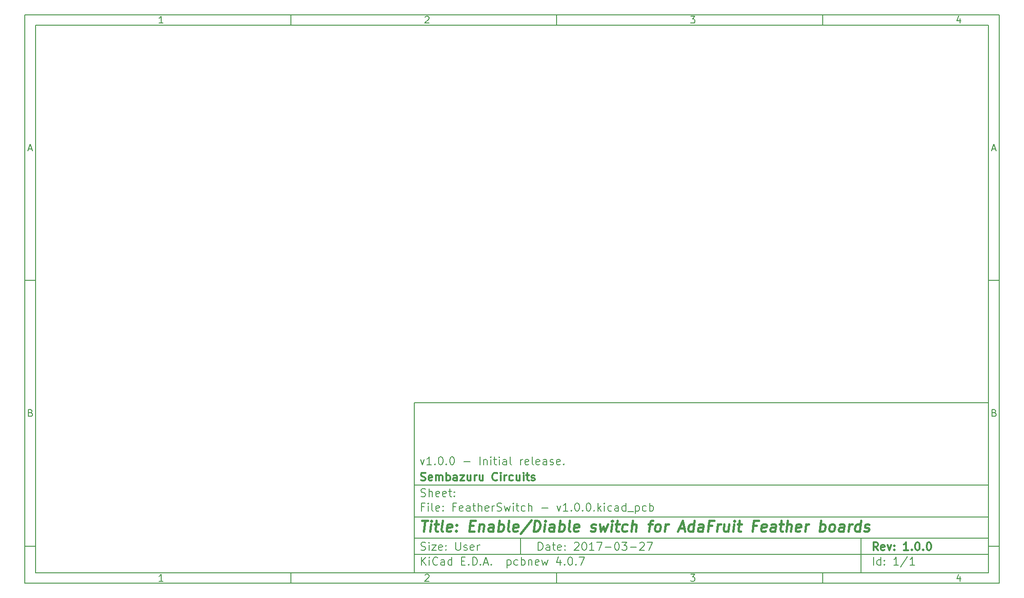
<source format=gbr>
G04 #@! TF.FileFunction,Other,Fab,Top*
%FSLAX46Y46*%
G04 Gerber Fmt 4.6, Leading zero omitted, Abs format (unit mm)*
G04 Created by KiCad (PCBNEW 4.0.7) date 11/03/17 12:30:38*
%MOMM*%
%LPD*%
G01*
G04 APERTURE LIST*
%ADD10C,0.100000*%
%ADD11C,0.150000*%
%ADD12C,0.300000*%
%ADD13C,0.400000*%
G04 APERTURE END LIST*
D10*
D11*
X83200000Y-83000000D02*
X83200000Y-115000000D01*
X191200000Y-115000000D01*
X191200000Y-83000000D01*
X83200000Y-83000000D01*
D10*
D11*
X10000000Y-10000000D02*
X10000000Y-117000000D01*
X193200000Y-117000000D01*
X193200000Y-10000000D01*
X10000000Y-10000000D01*
D10*
D11*
X12000000Y-12000000D02*
X12000000Y-115000000D01*
X191200000Y-115000000D01*
X191200000Y-12000000D01*
X12000000Y-12000000D01*
D10*
D11*
X60000000Y-12000000D02*
X60000000Y-10000000D01*
D10*
D11*
X110000000Y-12000000D02*
X110000000Y-10000000D01*
D10*
D11*
X160000000Y-12000000D02*
X160000000Y-10000000D01*
D10*
D11*
X35990476Y-11588095D02*
X35247619Y-11588095D01*
X35619048Y-11588095D02*
X35619048Y-10288095D01*
X35495238Y-10473810D01*
X35371429Y-10597619D01*
X35247619Y-10659524D01*
D10*
D11*
X85247619Y-10411905D02*
X85309524Y-10350000D01*
X85433333Y-10288095D01*
X85742857Y-10288095D01*
X85866667Y-10350000D01*
X85928571Y-10411905D01*
X85990476Y-10535714D01*
X85990476Y-10659524D01*
X85928571Y-10845238D01*
X85185714Y-11588095D01*
X85990476Y-11588095D01*
D10*
D11*
X135185714Y-10288095D02*
X135990476Y-10288095D01*
X135557143Y-10783333D01*
X135742857Y-10783333D01*
X135866667Y-10845238D01*
X135928571Y-10907143D01*
X135990476Y-11030952D01*
X135990476Y-11340476D01*
X135928571Y-11464286D01*
X135866667Y-11526190D01*
X135742857Y-11588095D01*
X135371429Y-11588095D01*
X135247619Y-11526190D01*
X135185714Y-11464286D01*
D10*
D11*
X185866667Y-10721429D02*
X185866667Y-11588095D01*
X185557143Y-10226190D02*
X185247619Y-11154762D01*
X186052381Y-11154762D01*
D10*
D11*
X60000000Y-115000000D02*
X60000000Y-117000000D01*
D10*
D11*
X110000000Y-115000000D02*
X110000000Y-117000000D01*
D10*
D11*
X160000000Y-115000000D02*
X160000000Y-117000000D01*
D10*
D11*
X35990476Y-116588095D02*
X35247619Y-116588095D01*
X35619048Y-116588095D02*
X35619048Y-115288095D01*
X35495238Y-115473810D01*
X35371429Y-115597619D01*
X35247619Y-115659524D01*
D10*
D11*
X85247619Y-115411905D02*
X85309524Y-115350000D01*
X85433333Y-115288095D01*
X85742857Y-115288095D01*
X85866667Y-115350000D01*
X85928571Y-115411905D01*
X85990476Y-115535714D01*
X85990476Y-115659524D01*
X85928571Y-115845238D01*
X85185714Y-116588095D01*
X85990476Y-116588095D01*
D10*
D11*
X135185714Y-115288095D02*
X135990476Y-115288095D01*
X135557143Y-115783333D01*
X135742857Y-115783333D01*
X135866667Y-115845238D01*
X135928571Y-115907143D01*
X135990476Y-116030952D01*
X135990476Y-116340476D01*
X135928571Y-116464286D01*
X135866667Y-116526190D01*
X135742857Y-116588095D01*
X135371429Y-116588095D01*
X135247619Y-116526190D01*
X135185714Y-116464286D01*
D10*
D11*
X185866667Y-115721429D02*
X185866667Y-116588095D01*
X185557143Y-115226190D02*
X185247619Y-116154762D01*
X186052381Y-116154762D01*
D10*
D11*
X10000000Y-60000000D02*
X12000000Y-60000000D01*
D10*
D11*
X10000000Y-110000000D02*
X12000000Y-110000000D01*
D10*
D11*
X10690476Y-35216667D02*
X11309524Y-35216667D01*
X10566667Y-35588095D02*
X11000000Y-34288095D01*
X11433333Y-35588095D01*
D10*
D11*
X11092857Y-84907143D02*
X11278571Y-84969048D01*
X11340476Y-85030952D01*
X11402381Y-85154762D01*
X11402381Y-85340476D01*
X11340476Y-85464286D01*
X11278571Y-85526190D01*
X11154762Y-85588095D01*
X10659524Y-85588095D01*
X10659524Y-84288095D01*
X11092857Y-84288095D01*
X11216667Y-84350000D01*
X11278571Y-84411905D01*
X11340476Y-84535714D01*
X11340476Y-84659524D01*
X11278571Y-84783333D01*
X11216667Y-84845238D01*
X11092857Y-84907143D01*
X10659524Y-84907143D01*
D10*
D11*
X193200000Y-60000000D02*
X191200000Y-60000000D01*
D10*
D11*
X193200000Y-110000000D02*
X191200000Y-110000000D01*
D10*
D11*
X191890476Y-35216667D02*
X192509524Y-35216667D01*
X191766667Y-35588095D02*
X192200000Y-34288095D01*
X192633333Y-35588095D01*
D10*
D11*
X192292857Y-84907143D02*
X192478571Y-84969048D01*
X192540476Y-85030952D01*
X192602381Y-85154762D01*
X192602381Y-85340476D01*
X192540476Y-85464286D01*
X192478571Y-85526190D01*
X192354762Y-85588095D01*
X191859524Y-85588095D01*
X191859524Y-84288095D01*
X192292857Y-84288095D01*
X192416667Y-84350000D01*
X192478571Y-84411905D01*
X192540476Y-84535714D01*
X192540476Y-84659524D01*
X192478571Y-84783333D01*
X192416667Y-84845238D01*
X192292857Y-84907143D01*
X191859524Y-84907143D01*
D10*
D11*
X106557143Y-110778571D02*
X106557143Y-109278571D01*
X106914286Y-109278571D01*
X107128571Y-109350000D01*
X107271429Y-109492857D01*
X107342857Y-109635714D01*
X107414286Y-109921429D01*
X107414286Y-110135714D01*
X107342857Y-110421429D01*
X107271429Y-110564286D01*
X107128571Y-110707143D01*
X106914286Y-110778571D01*
X106557143Y-110778571D01*
X108700000Y-110778571D02*
X108700000Y-109992857D01*
X108628571Y-109850000D01*
X108485714Y-109778571D01*
X108200000Y-109778571D01*
X108057143Y-109850000D01*
X108700000Y-110707143D02*
X108557143Y-110778571D01*
X108200000Y-110778571D01*
X108057143Y-110707143D01*
X107985714Y-110564286D01*
X107985714Y-110421429D01*
X108057143Y-110278571D01*
X108200000Y-110207143D01*
X108557143Y-110207143D01*
X108700000Y-110135714D01*
X109200000Y-109778571D02*
X109771429Y-109778571D01*
X109414286Y-109278571D02*
X109414286Y-110564286D01*
X109485714Y-110707143D01*
X109628572Y-110778571D01*
X109771429Y-110778571D01*
X110842857Y-110707143D02*
X110700000Y-110778571D01*
X110414286Y-110778571D01*
X110271429Y-110707143D01*
X110200000Y-110564286D01*
X110200000Y-109992857D01*
X110271429Y-109850000D01*
X110414286Y-109778571D01*
X110700000Y-109778571D01*
X110842857Y-109850000D01*
X110914286Y-109992857D01*
X110914286Y-110135714D01*
X110200000Y-110278571D01*
X111557143Y-110635714D02*
X111628571Y-110707143D01*
X111557143Y-110778571D01*
X111485714Y-110707143D01*
X111557143Y-110635714D01*
X111557143Y-110778571D01*
X111557143Y-109850000D02*
X111628571Y-109921429D01*
X111557143Y-109992857D01*
X111485714Y-109921429D01*
X111557143Y-109850000D01*
X111557143Y-109992857D01*
X113342857Y-109421429D02*
X113414286Y-109350000D01*
X113557143Y-109278571D01*
X113914286Y-109278571D01*
X114057143Y-109350000D01*
X114128572Y-109421429D01*
X114200000Y-109564286D01*
X114200000Y-109707143D01*
X114128572Y-109921429D01*
X113271429Y-110778571D01*
X114200000Y-110778571D01*
X115128571Y-109278571D02*
X115271428Y-109278571D01*
X115414285Y-109350000D01*
X115485714Y-109421429D01*
X115557143Y-109564286D01*
X115628571Y-109850000D01*
X115628571Y-110207143D01*
X115557143Y-110492857D01*
X115485714Y-110635714D01*
X115414285Y-110707143D01*
X115271428Y-110778571D01*
X115128571Y-110778571D01*
X114985714Y-110707143D01*
X114914285Y-110635714D01*
X114842857Y-110492857D01*
X114771428Y-110207143D01*
X114771428Y-109850000D01*
X114842857Y-109564286D01*
X114914285Y-109421429D01*
X114985714Y-109350000D01*
X115128571Y-109278571D01*
X117057142Y-110778571D02*
X116199999Y-110778571D01*
X116628571Y-110778571D02*
X116628571Y-109278571D01*
X116485714Y-109492857D01*
X116342856Y-109635714D01*
X116199999Y-109707143D01*
X117557142Y-109278571D02*
X118557142Y-109278571D01*
X117914285Y-110778571D01*
X119128570Y-110207143D02*
X120271427Y-110207143D01*
X121271427Y-109278571D02*
X121414284Y-109278571D01*
X121557141Y-109350000D01*
X121628570Y-109421429D01*
X121699999Y-109564286D01*
X121771427Y-109850000D01*
X121771427Y-110207143D01*
X121699999Y-110492857D01*
X121628570Y-110635714D01*
X121557141Y-110707143D01*
X121414284Y-110778571D01*
X121271427Y-110778571D01*
X121128570Y-110707143D01*
X121057141Y-110635714D01*
X120985713Y-110492857D01*
X120914284Y-110207143D01*
X120914284Y-109850000D01*
X120985713Y-109564286D01*
X121057141Y-109421429D01*
X121128570Y-109350000D01*
X121271427Y-109278571D01*
X122271427Y-109278571D02*
X123199998Y-109278571D01*
X122699998Y-109850000D01*
X122914284Y-109850000D01*
X123057141Y-109921429D01*
X123128570Y-109992857D01*
X123199998Y-110135714D01*
X123199998Y-110492857D01*
X123128570Y-110635714D01*
X123057141Y-110707143D01*
X122914284Y-110778571D01*
X122485712Y-110778571D01*
X122342855Y-110707143D01*
X122271427Y-110635714D01*
X123842855Y-110207143D02*
X124985712Y-110207143D01*
X125628569Y-109421429D02*
X125699998Y-109350000D01*
X125842855Y-109278571D01*
X126199998Y-109278571D01*
X126342855Y-109350000D01*
X126414284Y-109421429D01*
X126485712Y-109564286D01*
X126485712Y-109707143D01*
X126414284Y-109921429D01*
X125557141Y-110778571D01*
X126485712Y-110778571D01*
X126985712Y-109278571D02*
X127985712Y-109278571D01*
X127342855Y-110778571D01*
D10*
D11*
X83200000Y-111500000D02*
X191200000Y-111500000D01*
D10*
D11*
X84557143Y-113578571D02*
X84557143Y-112078571D01*
X85414286Y-113578571D02*
X84771429Y-112721429D01*
X85414286Y-112078571D02*
X84557143Y-112935714D01*
X86057143Y-113578571D02*
X86057143Y-112578571D01*
X86057143Y-112078571D02*
X85985714Y-112150000D01*
X86057143Y-112221429D01*
X86128571Y-112150000D01*
X86057143Y-112078571D01*
X86057143Y-112221429D01*
X87628572Y-113435714D02*
X87557143Y-113507143D01*
X87342857Y-113578571D01*
X87200000Y-113578571D01*
X86985715Y-113507143D01*
X86842857Y-113364286D01*
X86771429Y-113221429D01*
X86700000Y-112935714D01*
X86700000Y-112721429D01*
X86771429Y-112435714D01*
X86842857Y-112292857D01*
X86985715Y-112150000D01*
X87200000Y-112078571D01*
X87342857Y-112078571D01*
X87557143Y-112150000D01*
X87628572Y-112221429D01*
X88914286Y-113578571D02*
X88914286Y-112792857D01*
X88842857Y-112650000D01*
X88700000Y-112578571D01*
X88414286Y-112578571D01*
X88271429Y-112650000D01*
X88914286Y-113507143D02*
X88771429Y-113578571D01*
X88414286Y-113578571D01*
X88271429Y-113507143D01*
X88200000Y-113364286D01*
X88200000Y-113221429D01*
X88271429Y-113078571D01*
X88414286Y-113007143D01*
X88771429Y-113007143D01*
X88914286Y-112935714D01*
X90271429Y-113578571D02*
X90271429Y-112078571D01*
X90271429Y-113507143D02*
X90128572Y-113578571D01*
X89842858Y-113578571D01*
X89700000Y-113507143D01*
X89628572Y-113435714D01*
X89557143Y-113292857D01*
X89557143Y-112864286D01*
X89628572Y-112721429D01*
X89700000Y-112650000D01*
X89842858Y-112578571D01*
X90128572Y-112578571D01*
X90271429Y-112650000D01*
X92128572Y-112792857D02*
X92628572Y-112792857D01*
X92842858Y-113578571D02*
X92128572Y-113578571D01*
X92128572Y-112078571D01*
X92842858Y-112078571D01*
X93485715Y-113435714D02*
X93557143Y-113507143D01*
X93485715Y-113578571D01*
X93414286Y-113507143D01*
X93485715Y-113435714D01*
X93485715Y-113578571D01*
X94200001Y-113578571D02*
X94200001Y-112078571D01*
X94557144Y-112078571D01*
X94771429Y-112150000D01*
X94914287Y-112292857D01*
X94985715Y-112435714D01*
X95057144Y-112721429D01*
X95057144Y-112935714D01*
X94985715Y-113221429D01*
X94914287Y-113364286D01*
X94771429Y-113507143D01*
X94557144Y-113578571D01*
X94200001Y-113578571D01*
X95700001Y-113435714D02*
X95771429Y-113507143D01*
X95700001Y-113578571D01*
X95628572Y-113507143D01*
X95700001Y-113435714D01*
X95700001Y-113578571D01*
X96342858Y-113150000D02*
X97057144Y-113150000D01*
X96200001Y-113578571D02*
X96700001Y-112078571D01*
X97200001Y-113578571D01*
X97700001Y-113435714D02*
X97771429Y-113507143D01*
X97700001Y-113578571D01*
X97628572Y-113507143D01*
X97700001Y-113435714D01*
X97700001Y-113578571D01*
X100700001Y-112578571D02*
X100700001Y-114078571D01*
X100700001Y-112650000D02*
X100842858Y-112578571D01*
X101128572Y-112578571D01*
X101271429Y-112650000D01*
X101342858Y-112721429D01*
X101414287Y-112864286D01*
X101414287Y-113292857D01*
X101342858Y-113435714D01*
X101271429Y-113507143D01*
X101128572Y-113578571D01*
X100842858Y-113578571D01*
X100700001Y-113507143D01*
X102700001Y-113507143D02*
X102557144Y-113578571D01*
X102271430Y-113578571D01*
X102128572Y-113507143D01*
X102057144Y-113435714D01*
X101985715Y-113292857D01*
X101985715Y-112864286D01*
X102057144Y-112721429D01*
X102128572Y-112650000D01*
X102271430Y-112578571D01*
X102557144Y-112578571D01*
X102700001Y-112650000D01*
X103342858Y-113578571D02*
X103342858Y-112078571D01*
X103342858Y-112650000D02*
X103485715Y-112578571D01*
X103771429Y-112578571D01*
X103914286Y-112650000D01*
X103985715Y-112721429D01*
X104057144Y-112864286D01*
X104057144Y-113292857D01*
X103985715Y-113435714D01*
X103914286Y-113507143D01*
X103771429Y-113578571D01*
X103485715Y-113578571D01*
X103342858Y-113507143D01*
X104700001Y-112578571D02*
X104700001Y-113578571D01*
X104700001Y-112721429D02*
X104771429Y-112650000D01*
X104914287Y-112578571D01*
X105128572Y-112578571D01*
X105271429Y-112650000D01*
X105342858Y-112792857D01*
X105342858Y-113578571D01*
X106628572Y-113507143D02*
X106485715Y-113578571D01*
X106200001Y-113578571D01*
X106057144Y-113507143D01*
X105985715Y-113364286D01*
X105985715Y-112792857D01*
X106057144Y-112650000D01*
X106200001Y-112578571D01*
X106485715Y-112578571D01*
X106628572Y-112650000D01*
X106700001Y-112792857D01*
X106700001Y-112935714D01*
X105985715Y-113078571D01*
X107200001Y-112578571D02*
X107485715Y-113578571D01*
X107771429Y-112864286D01*
X108057144Y-113578571D01*
X108342858Y-112578571D01*
X110700001Y-112578571D02*
X110700001Y-113578571D01*
X110342858Y-112007143D02*
X109985715Y-113078571D01*
X110914287Y-113078571D01*
X111485715Y-113435714D02*
X111557143Y-113507143D01*
X111485715Y-113578571D01*
X111414286Y-113507143D01*
X111485715Y-113435714D01*
X111485715Y-113578571D01*
X112485715Y-112078571D02*
X112628572Y-112078571D01*
X112771429Y-112150000D01*
X112842858Y-112221429D01*
X112914287Y-112364286D01*
X112985715Y-112650000D01*
X112985715Y-113007143D01*
X112914287Y-113292857D01*
X112842858Y-113435714D01*
X112771429Y-113507143D01*
X112628572Y-113578571D01*
X112485715Y-113578571D01*
X112342858Y-113507143D01*
X112271429Y-113435714D01*
X112200001Y-113292857D01*
X112128572Y-113007143D01*
X112128572Y-112650000D01*
X112200001Y-112364286D01*
X112271429Y-112221429D01*
X112342858Y-112150000D01*
X112485715Y-112078571D01*
X113628572Y-113435714D02*
X113700000Y-113507143D01*
X113628572Y-113578571D01*
X113557143Y-113507143D01*
X113628572Y-113435714D01*
X113628572Y-113578571D01*
X114200001Y-112078571D02*
X115200001Y-112078571D01*
X114557144Y-113578571D01*
D10*
D11*
X83200000Y-108500000D02*
X191200000Y-108500000D01*
D10*
D12*
X170414286Y-110778571D02*
X169914286Y-110064286D01*
X169557143Y-110778571D02*
X169557143Y-109278571D01*
X170128571Y-109278571D01*
X170271429Y-109350000D01*
X170342857Y-109421429D01*
X170414286Y-109564286D01*
X170414286Y-109778571D01*
X170342857Y-109921429D01*
X170271429Y-109992857D01*
X170128571Y-110064286D01*
X169557143Y-110064286D01*
X171628571Y-110707143D02*
X171485714Y-110778571D01*
X171200000Y-110778571D01*
X171057143Y-110707143D01*
X170985714Y-110564286D01*
X170985714Y-109992857D01*
X171057143Y-109850000D01*
X171200000Y-109778571D01*
X171485714Y-109778571D01*
X171628571Y-109850000D01*
X171700000Y-109992857D01*
X171700000Y-110135714D01*
X170985714Y-110278571D01*
X172200000Y-109778571D02*
X172557143Y-110778571D01*
X172914285Y-109778571D01*
X173485714Y-110635714D02*
X173557142Y-110707143D01*
X173485714Y-110778571D01*
X173414285Y-110707143D01*
X173485714Y-110635714D01*
X173485714Y-110778571D01*
X173485714Y-109850000D02*
X173557142Y-109921429D01*
X173485714Y-109992857D01*
X173414285Y-109921429D01*
X173485714Y-109850000D01*
X173485714Y-109992857D01*
X176128571Y-110778571D02*
X175271428Y-110778571D01*
X175700000Y-110778571D02*
X175700000Y-109278571D01*
X175557143Y-109492857D01*
X175414285Y-109635714D01*
X175271428Y-109707143D01*
X176771428Y-110635714D02*
X176842856Y-110707143D01*
X176771428Y-110778571D01*
X176699999Y-110707143D01*
X176771428Y-110635714D01*
X176771428Y-110778571D01*
X177771428Y-109278571D02*
X177914285Y-109278571D01*
X178057142Y-109350000D01*
X178128571Y-109421429D01*
X178200000Y-109564286D01*
X178271428Y-109850000D01*
X178271428Y-110207143D01*
X178200000Y-110492857D01*
X178128571Y-110635714D01*
X178057142Y-110707143D01*
X177914285Y-110778571D01*
X177771428Y-110778571D01*
X177628571Y-110707143D01*
X177557142Y-110635714D01*
X177485714Y-110492857D01*
X177414285Y-110207143D01*
X177414285Y-109850000D01*
X177485714Y-109564286D01*
X177557142Y-109421429D01*
X177628571Y-109350000D01*
X177771428Y-109278571D01*
X178914285Y-110635714D02*
X178985713Y-110707143D01*
X178914285Y-110778571D01*
X178842856Y-110707143D01*
X178914285Y-110635714D01*
X178914285Y-110778571D01*
X179914285Y-109278571D02*
X180057142Y-109278571D01*
X180199999Y-109350000D01*
X180271428Y-109421429D01*
X180342857Y-109564286D01*
X180414285Y-109850000D01*
X180414285Y-110207143D01*
X180342857Y-110492857D01*
X180271428Y-110635714D01*
X180199999Y-110707143D01*
X180057142Y-110778571D01*
X179914285Y-110778571D01*
X179771428Y-110707143D01*
X179699999Y-110635714D01*
X179628571Y-110492857D01*
X179557142Y-110207143D01*
X179557142Y-109850000D01*
X179628571Y-109564286D01*
X179699999Y-109421429D01*
X179771428Y-109350000D01*
X179914285Y-109278571D01*
D10*
D11*
X84485714Y-110707143D02*
X84700000Y-110778571D01*
X85057143Y-110778571D01*
X85200000Y-110707143D01*
X85271429Y-110635714D01*
X85342857Y-110492857D01*
X85342857Y-110350000D01*
X85271429Y-110207143D01*
X85200000Y-110135714D01*
X85057143Y-110064286D01*
X84771429Y-109992857D01*
X84628571Y-109921429D01*
X84557143Y-109850000D01*
X84485714Y-109707143D01*
X84485714Y-109564286D01*
X84557143Y-109421429D01*
X84628571Y-109350000D01*
X84771429Y-109278571D01*
X85128571Y-109278571D01*
X85342857Y-109350000D01*
X85985714Y-110778571D02*
X85985714Y-109778571D01*
X85985714Y-109278571D02*
X85914285Y-109350000D01*
X85985714Y-109421429D01*
X86057142Y-109350000D01*
X85985714Y-109278571D01*
X85985714Y-109421429D01*
X86557143Y-109778571D02*
X87342857Y-109778571D01*
X86557143Y-110778571D01*
X87342857Y-110778571D01*
X88485714Y-110707143D02*
X88342857Y-110778571D01*
X88057143Y-110778571D01*
X87914286Y-110707143D01*
X87842857Y-110564286D01*
X87842857Y-109992857D01*
X87914286Y-109850000D01*
X88057143Y-109778571D01*
X88342857Y-109778571D01*
X88485714Y-109850000D01*
X88557143Y-109992857D01*
X88557143Y-110135714D01*
X87842857Y-110278571D01*
X89200000Y-110635714D02*
X89271428Y-110707143D01*
X89200000Y-110778571D01*
X89128571Y-110707143D01*
X89200000Y-110635714D01*
X89200000Y-110778571D01*
X89200000Y-109850000D02*
X89271428Y-109921429D01*
X89200000Y-109992857D01*
X89128571Y-109921429D01*
X89200000Y-109850000D01*
X89200000Y-109992857D01*
X91057143Y-109278571D02*
X91057143Y-110492857D01*
X91128571Y-110635714D01*
X91200000Y-110707143D01*
X91342857Y-110778571D01*
X91628571Y-110778571D01*
X91771429Y-110707143D01*
X91842857Y-110635714D01*
X91914286Y-110492857D01*
X91914286Y-109278571D01*
X92557143Y-110707143D02*
X92700000Y-110778571D01*
X92985715Y-110778571D01*
X93128572Y-110707143D01*
X93200000Y-110564286D01*
X93200000Y-110492857D01*
X93128572Y-110350000D01*
X92985715Y-110278571D01*
X92771429Y-110278571D01*
X92628572Y-110207143D01*
X92557143Y-110064286D01*
X92557143Y-109992857D01*
X92628572Y-109850000D01*
X92771429Y-109778571D01*
X92985715Y-109778571D01*
X93128572Y-109850000D01*
X94414286Y-110707143D02*
X94271429Y-110778571D01*
X93985715Y-110778571D01*
X93842858Y-110707143D01*
X93771429Y-110564286D01*
X93771429Y-109992857D01*
X93842858Y-109850000D01*
X93985715Y-109778571D01*
X94271429Y-109778571D01*
X94414286Y-109850000D01*
X94485715Y-109992857D01*
X94485715Y-110135714D01*
X93771429Y-110278571D01*
X95128572Y-110778571D02*
X95128572Y-109778571D01*
X95128572Y-110064286D02*
X95200000Y-109921429D01*
X95271429Y-109850000D01*
X95414286Y-109778571D01*
X95557143Y-109778571D01*
D10*
D11*
X169557143Y-113578571D02*
X169557143Y-112078571D01*
X170914286Y-113578571D02*
X170914286Y-112078571D01*
X170914286Y-113507143D02*
X170771429Y-113578571D01*
X170485715Y-113578571D01*
X170342857Y-113507143D01*
X170271429Y-113435714D01*
X170200000Y-113292857D01*
X170200000Y-112864286D01*
X170271429Y-112721429D01*
X170342857Y-112650000D01*
X170485715Y-112578571D01*
X170771429Y-112578571D01*
X170914286Y-112650000D01*
X171628572Y-113435714D02*
X171700000Y-113507143D01*
X171628572Y-113578571D01*
X171557143Y-113507143D01*
X171628572Y-113435714D01*
X171628572Y-113578571D01*
X171628572Y-112650000D02*
X171700000Y-112721429D01*
X171628572Y-112792857D01*
X171557143Y-112721429D01*
X171628572Y-112650000D01*
X171628572Y-112792857D01*
X174271429Y-113578571D02*
X173414286Y-113578571D01*
X173842858Y-113578571D02*
X173842858Y-112078571D01*
X173700001Y-112292857D01*
X173557143Y-112435714D01*
X173414286Y-112507143D01*
X175985714Y-112007143D02*
X174700000Y-113935714D01*
X177271429Y-113578571D02*
X176414286Y-113578571D01*
X176842858Y-113578571D02*
X176842858Y-112078571D01*
X176700001Y-112292857D01*
X176557143Y-112435714D01*
X176414286Y-112507143D01*
D10*
D11*
X83200000Y-104500000D02*
X191200000Y-104500000D01*
D10*
D13*
X84652381Y-105204762D02*
X85795238Y-105204762D01*
X84973810Y-107204762D02*
X85223810Y-105204762D01*
X86211905Y-107204762D02*
X86378571Y-105871429D01*
X86461905Y-105204762D02*
X86354762Y-105300000D01*
X86438095Y-105395238D01*
X86545239Y-105300000D01*
X86461905Y-105204762D01*
X86438095Y-105395238D01*
X87045238Y-105871429D02*
X87807143Y-105871429D01*
X87414286Y-105204762D02*
X87200000Y-106919048D01*
X87271430Y-107109524D01*
X87450001Y-107204762D01*
X87640477Y-107204762D01*
X88592858Y-107204762D02*
X88414287Y-107109524D01*
X88342857Y-106919048D01*
X88557143Y-105204762D01*
X90128572Y-107109524D02*
X89926191Y-107204762D01*
X89545239Y-107204762D01*
X89366667Y-107109524D01*
X89295238Y-106919048D01*
X89390476Y-106157143D01*
X89509524Y-105966667D01*
X89711905Y-105871429D01*
X90092857Y-105871429D01*
X90271429Y-105966667D01*
X90342857Y-106157143D01*
X90319048Y-106347619D01*
X89342857Y-106538095D01*
X91092857Y-107014286D02*
X91176192Y-107109524D01*
X91069048Y-107204762D01*
X90985715Y-107109524D01*
X91092857Y-107014286D01*
X91069048Y-107204762D01*
X91223810Y-105966667D02*
X91307144Y-106061905D01*
X91200000Y-106157143D01*
X91116667Y-106061905D01*
X91223810Y-105966667D01*
X91200000Y-106157143D01*
X93676191Y-106157143D02*
X94342858Y-106157143D01*
X94497620Y-107204762D02*
X93545239Y-107204762D01*
X93795239Y-105204762D01*
X94747620Y-105204762D01*
X95521429Y-105871429D02*
X95354763Y-107204762D01*
X95497620Y-106061905D02*
X95604764Y-105966667D01*
X95807144Y-105871429D01*
X96092858Y-105871429D01*
X96271430Y-105966667D01*
X96342858Y-106157143D01*
X96211906Y-107204762D01*
X98021430Y-107204762D02*
X98152382Y-106157143D01*
X98080954Y-105966667D01*
X97902382Y-105871429D01*
X97521430Y-105871429D01*
X97319049Y-105966667D01*
X98033335Y-107109524D02*
X97830954Y-107204762D01*
X97354764Y-107204762D01*
X97176192Y-107109524D01*
X97104763Y-106919048D01*
X97128573Y-106728571D01*
X97247620Y-106538095D01*
X97450002Y-106442857D01*
X97926192Y-106442857D01*
X98128573Y-106347619D01*
X98973811Y-107204762D02*
X99223811Y-105204762D01*
X99128573Y-105966667D02*
X99330954Y-105871429D01*
X99711906Y-105871429D01*
X99890478Y-105966667D01*
X99973811Y-106061905D01*
X100045239Y-106252381D01*
X99973811Y-106823810D01*
X99854763Y-107014286D01*
X99747621Y-107109524D01*
X99545240Y-107204762D01*
X99164288Y-107204762D01*
X98985716Y-107109524D01*
X101069050Y-107204762D02*
X100890479Y-107109524D01*
X100819049Y-106919048D01*
X101033335Y-105204762D01*
X102604764Y-107109524D02*
X102402383Y-107204762D01*
X102021431Y-107204762D01*
X101842859Y-107109524D01*
X101771430Y-106919048D01*
X101866668Y-106157143D01*
X101985716Y-105966667D01*
X102188097Y-105871429D01*
X102569049Y-105871429D01*
X102747621Y-105966667D01*
X102819049Y-106157143D01*
X102795240Y-106347619D01*
X101819049Y-106538095D01*
X105235717Y-105109524D02*
X103200002Y-107680952D01*
X105640478Y-107204762D02*
X105890478Y-105204762D01*
X106366669Y-105204762D01*
X106640478Y-105300000D01*
X106807145Y-105490476D01*
X106878574Y-105680952D01*
X106926193Y-106061905D01*
X106890479Y-106347619D01*
X106747622Y-106728571D01*
X106628573Y-106919048D01*
X106414288Y-107109524D01*
X106116669Y-107204762D01*
X105640478Y-107204762D01*
X107640478Y-107204762D02*
X107807144Y-105871429D01*
X107890478Y-105204762D02*
X107783335Y-105300000D01*
X107866668Y-105395238D01*
X107973812Y-105300000D01*
X107890478Y-105204762D01*
X107866668Y-105395238D01*
X109450002Y-107204762D02*
X109580954Y-106157143D01*
X109509526Y-105966667D01*
X109330954Y-105871429D01*
X108950002Y-105871429D01*
X108747621Y-105966667D01*
X109461907Y-107109524D02*
X109259526Y-107204762D01*
X108783336Y-107204762D01*
X108604764Y-107109524D01*
X108533335Y-106919048D01*
X108557145Y-106728571D01*
X108676192Y-106538095D01*
X108878574Y-106442857D01*
X109354764Y-106442857D01*
X109557145Y-106347619D01*
X110402383Y-107204762D02*
X110652383Y-105204762D01*
X110557145Y-105966667D02*
X110759526Y-105871429D01*
X111140478Y-105871429D01*
X111319050Y-105966667D01*
X111402383Y-106061905D01*
X111473811Y-106252381D01*
X111402383Y-106823810D01*
X111283335Y-107014286D01*
X111176193Y-107109524D01*
X110973812Y-107204762D01*
X110592860Y-107204762D01*
X110414288Y-107109524D01*
X112497622Y-107204762D02*
X112319051Y-107109524D01*
X112247621Y-106919048D01*
X112461907Y-105204762D01*
X114033336Y-107109524D02*
X113830955Y-107204762D01*
X113450003Y-107204762D01*
X113271431Y-107109524D01*
X113200002Y-106919048D01*
X113295240Y-106157143D01*
X113414288Y-105966667D01*
X113616669Y-105871429D01*
X113997621Y-105871429D01*
X114176193Y-105966667D01*
X114247621Y-106157143D01*
X114223812Y-106347619D01*
X113247621Y-106538095D01*
X116414289Y-107109524D02*
X116592861Y-107204762D01*
X116973813Y-107204762D01*
X117176194Y-107109524D01*
X117295241Y-106919048D01*
X117307146Y-106823810D01*
X117235717Y-106633333D01*
X117057146Y-106538095D01*
X116771432Y-106538095D01*
X116592860Y-106442857D01*
X116521431Y-106252381D01*
X116533336Y-106157143D01*
X116652384Y-105966667D01*
X116854765Y-105871429D01*
X117140479Y-105871429D01*
X117319051Y-105966667D01*
X118092860Y-105871429D02*
X118307147Y-107204762D01*
X118807146Y-106252381D01*
X119069051Y-107204762D01*
X119616670Y-105871429D01*
X120211908Y-107204762D02*
X120378574Y-105871429D01*
X120461908Y-105204762D02*
X120354765Y-105300000D01*
X120438098Y-105395238D01*
X120545242Y-105300000D01*
X120461908Y-105204762D01*
X120438098Y-105395238D01*
X121045241Y-105871429D02*
X121807146Y-105871429D01*
X121414289Y-105204762D02*
X121200003Y-106919048D01*
X121271433Y-107109524D01*
X121450004Y-107204762D01*
X121640480Y-107204762D01*
X123176194Y-107109524D02*
X122973813Y-107204762D01*
X122592861Y-107204762D01*
X122414290Y-107109524D01*
X122330955Y-107014286D01*
X122259527Y-106823810D01*
X122330955Y-106252381D01*
X122450003Y-106061905D01*
X122557147Y-105966667D01*
X122759527Y-105871429D01*
X123140479Y-105871429D01*
X123319051Y-105966667D01*
X124021432Y-107204762D02*
X124271432Y-105204762D01*
X124878575Y-107204762D02*
X125009527Y-106157143D01*
X124938099Y-105966667D01*
X124759527Y-105871429D01*
X124473813Y-105871429D01*
X124271433Y-105966667D01*
X124164289Y-106061905D01*
X127235718Y-105871429D02*
X127997623Y-105871429D01*
X127354766Y-107204762D02*
X127569052Y-105490476D01*
X127688100Y-105300000D01*
X127890481Y-105204762D01*
X128080957Y-105204762D01*
X128783338Y-107204762D02*
X128604767Y-107109524D01*
X128521432Y-107014286D01*
X128450004Y-106823810D01*
X128521432Y-106252381D01*
X128640480Y-106061905D01*
X128747624Y-105966667D01*
X128950004Y-105871429D01*
X129235718Y-105871429D01*
X129414290Y-105966667D01*
X129497623Y-106061905D01*
X129569051Y-106252381D01*
X129497623Y-106823810D01*
X129378575Y-107014286D01*
X129271433Y-107109524D01*
X129069052Y-107204762D01*
X128783338Y-107204762D01*
X130307147Y-107204762D02*
X130473813Y-105871429D01*
X130426194Y-106252381D02*
X130545243Y-106061905D01*
X130652386Y-105966667D01*
X130854766Y-105871429D01*
X131045242Y-105871429D01*
X133045242Y-106633333D02*
X133997623Y-106633333D01*
X132783338Y-107204762D02*
X133700005Y-105204762D01*
X134116672Y-107204762D01*
X135640481Y-107204762D02*
X135890481Y-105204762D01*
X135652386Y-107109524D02*
X135450005Y-107204762D01*
X135069053Y-107204762D01*
X134890482Y-107109524D01*
X134807147Y-107014286D01*
X134735719Y-106823810D01*
X134807147Y-106252381D01*
X134926195Y-106061905D01*
X135033339Y-105966667D01*
X135235719Y-105871429D01*
X135616671Y-105871429D01*
X135795243Y-105966667D01*
X137450005Y-107204762D02*
X137580957Y-106157143D01*
X137509529Y-105966667D01*
X137330957Y-105871429D01*
X136950005Y-105871429D01*
X136747624Y-105966667D01*
X137461910Y-107109524D02*
X137259529Y-107204762D01*
X136783339Y-107204762D01*
X136604767Y-107109524D01*
X136533338Y-106919048D01*
X136557148Y-106728571D01*
X136676195Y-106538095D01*
X136878577Y-106442857D01*
X137354767Y-106442857D01*
X137557148Y-106347619D01*
X139200005Y-106157143D02*
X138533338Y-106157143D01*
X138402386Y-107204762D02*
X138652386Y-105204762D01*
X139604767Y-105204762D01*
X140116672Y-107204762D02*
X140283338Y-105871429D01*
X140235719Y-106252381D02*
X140354768Y-106061905D01*
X140461911Y-105966667D01*
X140664291Y-105871429D01*
X140854767Y-105871429D01*
X142378576Y-105871429D02*
X142211910Y-107204762D01*
X141521433Y-105871429D02*
X141390481Y-106919048D01*
X141461911Y-107109524D01*
X141640482Y-107204762D01*
X141926196Y-107204762D01*
X142128577Y-107109524D01*
X142235719Y-107014286D01*
X143164291Y-107204762D02*
X143330957Y-105871429D01*
X143414291Y-105204762D02*
X143307148Y-105300000D01*
X143390481Y-105395238D01*
X143497625Y-105300000D01*
X143414291Y-105204762D01*
X143390481Y-105395238D01*
X143997624Y-105871429D02*
X144759529Y-105871429D01*
X144366672Y-105204762D02*
X144152386Y-106919048D01*
X144223816Y-107109524D01*
X144402387Y-107204762D01*
X144592863Y-107204762D01*
X147580958Y-106157143D02*
X146914291Y-106157143D01*
X146783339Y-107204762D02*
X147033339Y-105204762D01*
X147985720Y-105204762D01*
X149271435Y-107109524D02*
X149069054Y-107204762D01*
X148688102Y-107204762D01*
X148509530Y-107109524D01*
X148438101Y-106919048D01*
X148533339Y-106157143D01*
X148652387Y-105966667D01*
X148854768Y-105871429D01*
X149235720Y-105871429D01*
X149414292Y-105966667D01*
X149485720Y-106157143D01*
X149461911Y-106347619D01*
X148485720Y-106538095D01*
X151069054Y-107204762D02*
X151200006Y-106157143D01*
X151128578Y-105966667D01*
X150950006Y-105871429D01*
X150569054Y-105871429D01*
X150366673Y-105966667D01*
X151080959Y-107109524D02*
X150878578Y-107204762D01*
X150402388Y-107204762D01*
X150223816Y-107109524D01*
X150152387Y-106919048D01*
X150176197Y-106728571D01*
X150295244Y-106538095D01*
X150497626Y-106442857D01*
X150973816Y-106442857D01*
X151176197Y-106347619D01*
X151902387Y-105871429D02*
X152664292Y-105871429D01*
X152271435Y-105204762D02*
X152057149Y-106919048D01*
X152128579Y-107109524D01*
X152307150Y-107204762D01*
X152497626Y-107204762D01*
X153164292Y-107204762D02*
X153414292Y-105204762D01*
X154021435Y-107204762D02*
X154152387Y-106157143D01*
X154080959Y-105966667D01*
X153902387Y-105871429D01*
X153616673Y-105871429D01*
X153414293Y-105966667D01*
X153307149Y-106061905D01*
X155747626Y-107109524D02*
X155545245Y-107204762D01*
X155164293Y-107204762D01*
X154985721Y-107109524D01*
X154914292Y-106919048D01*
X155009530Y-106157143D01*
X155128578Y-105966667D01*
X155330959Y-105871429D01*
X155711911Y-105871429D01*
X155890483Y-105966667D01*
X155961911Y-106157143D01*
X155938102Y-106347619D01*
X154961911Y-106538095D01*
X156688102Y-107204762D02*
X156854768Y-105871429D01*
X156807149Y-106252381D02*
X156926198Y-106061905D01*
X157033341Y-105966667D01*
X157235721Y-105871429D01*
X157426197Y-105871429D01*
X159450007Y-107204762D02*
X159700007Y-105204762D01*
X159604769Y-105966667D02*
X159807150Y-105871429D01*
X160188102Y-105871429D01*
X160366674Y-105966667D01*
X160450007Y-106061905D01*
X160521435Y-106252381D01*
X160450007Y-106823810D01*
X160330959Y-107014286D01*
X160223817Y-107109524D01*
X160021436Y-107204762D01*
X159640484Y-107204762D01*
X159461912Y-107109524D01*
X161545246Y-107204762D02*
X161366675Y-107109524D01*
X161283340Y-107014286D01*
X161211912Y-106823810D01*
X161283340Y-106252381D01*
X161402388Y-106061905D01*
X161509532Y-105966667D01*
X161711912Y-105871429D01*
X161997626Y-105871429D01*
X162176198Y-105966667D01*
X162259531Y-106061905D01*
X162330959Y-106252381D01*
X162259531Y-106823810D01*
X162140483Y-107014286D01*
X162033341Y-107109524D01*
X161830960Y-107204762D01*
X161545246Y-107204762D01*
X163926198Y-107204762D02*
X164057150Y-106157143D01*
X163985722Y-105966667D01*
X163807150Y-105871429D01*
X163426198Y-105871429D01*
X163223817Y-105966667D01*
X163938103Y-107109524D02*
X163735722Y-107204762D01*
X163259532Y-107204762D01*
X163080960Y-107109524D01*
X163009531Y-106919048D01*
X163033341Y-106728571D01*
X163152388Y-106538095D01*
X163354770Y-106442857D01*
X163830960Y-106442857D01*
X164033341Y-106347619D01*
X164878579Y-107204762D02*
X165045245Y-105871429D01*
X164997626Y-106252381D02*
X165116675Y-106061905D01*
X165223818Y-105966667D01*
X165426198Y-105871429D01*
X165616674Y-105871429D01*
X166973817Y-107204762D02*
X167223817Y-105204762D01*
X166985722Y-107109524D02*
X166783341Y-107204762D01*
X166402389Y-107204762D01*
X166223818Y-107109524D01*
X166140483Y-107014286D01*
X166069055Y-106823810D01*
X166140483Y-106252381D01*
X166259531Y-106061905D01*
X166366675Y-105966667D01*
X166569055Y-105871429D01*
X166950007Y-105871429D01*
X167128579Y-105966667D01*
X167842865Y-107109524D02*
X168021437Y-107204762D01*
X168402389Y-107204762D01*
X168604770Y-107109524D01*
X168723817Y-106919048D01*
X168735722Y-106823810D01*
X168664293Y-106633333D01*
X168485722Y-106538095D01*
X168200008Y-106538095D01*
X168021436Y-106442857D01*
X167950007Y-106252381D01*
X167961912Y-106157143D01*
X168080960Y-105966667D01*
X168283341Y-105871429D01*
X168569055Y-105871429D01*
X168747627Y-105966667D01*
D10*
D11*
X85057143Y-102592857D02*
X84557143Y-102592857D01*
X84557143Y-103378571D02*
X84557143Y-101878571D01*
X85271429Y-101878571D01*
X85842857Y-103378571D02*
X85842857Y-102378571D01*
X85842857Y-101878571D02*
X85771428Y-101950000D01*
X85842857Y-102021429D01*
X85914285Y-101950000D01*
X85842857Y-101878571D01*
X85842857Y-102021429D01*
X86771429Y-103378571D02*
X86628571Y-103307143D01*
X86557143Y-103164286D01*
X86557143Y-101878571D01*
X87914285Y-103307143D02*
X87771428Y-103378571D01*
X87485714Y-103378571D01*
X87342857Y-103307143D01*
X87271428Y-103164286D01*
X87271428Y-102592857D01*
X87342857Y-102450000D01*
X87485714Y-102378571D01*
X87771428Y-102378571D01*
X87914285Y-102450000D01*
X87985714Y-102592857D01*
X87985714Y-102735714D01*
X87271428Y-102878571D01*
X88628571Y-103235714D02*
X88699999Y-103307143D01*
X88628571Y-103378571D01*
X88557142Y-103307143D01*
X88628571Y-103235714D01*
X88628571Y-103378571D01*
X88628571Y-102450000D02*
X88699999Y-102521429D01*
X88628571Y-102592857D01*
X88557142Y-102521429D01*
X88628571Y-102450000D01*
X88628571Y-102592857D01*
X90985714Y-102592857D02*
X90485714Y-102592857D01*
X90485714Y-103378571D02*
X90485714Y-101878571D01*
X91200000Y-101878571D01*
X92342856Y-103307143D02*
X92199999Y-103378571D01*
X91914285Y-103378571D01*
X91771428Y-103307143D01*
X91699999Y-103164286D01*
X91699999Y-102592857D01*
X91771428Y-102450000D01*
X91914285Y-102378571D01*
X92199999Y-102378571D01*
X92342856Y-102450000D01*
X92414285Y-102592857D01*
X92414285Y-102735714D01*
X91699999Y-102878571D01*
X93699999Y-103378571D02*
X93699999Y-102592857D01*
X93628570Y-102450000D01*
X93485713Y-102378571D01*
X93199999Y-102378571D01*
X93057142Y-102450000D01*
X93699999Y-103307143D02*
X93557142Y-103378571D01*
X93199999Y-103378571D01*
X93057142Y-103307143D01*
X92985713Y-103164286D01*
X92985713Y-103021429D01*
X93057142Y-102878571D01*
X93199999Y-102807143D01*
X93557142Y-102807143D01*
X93699999Y-102735714D01*
X94199999Y-102378571D02*
X94771428Y-102378571D01*
X94414285Y-101878571D02*
X94414285Y-103164286D01*
X94485713Y-103307143D01*
X94628571Y-103378571D01*
X94771428Y-103378571D01*
X95271428Y-103378571D02*
X95271428Y-101878571D01*
X95914285Y-103378571D02*
X95914285Y-102592857D01*
X95842856Y-102450000D01*
X95699999Y-102378571D01*
X95485714Y-102378571D01*
X95342856Y-102450000D01*
X95271428Y-102521429D01*
X97199999Y-103307143D02*
X97057142Y-103378571D01*
X96771428Y-103378571D01*
X96628571Y-103307143D01*
X96557142Y-103164286D01*
X96557142Y-102592857D01*
X96628571Y-102450000D01*
X96771428Y-102378571D01*
X97057142Y-102378571D01*
X97199999Y-102450000D01*
X97271428Y-102592857D01*
X97271428Y-102735714D01*
X96557142Y-102878571D01*
X97914285Y-103378571D02*
X97914285Y-102378571D01*
X97914285Y-102664286D02*
X97985713Y-102521429D01*
X98057142Y-102450000D01*
X98199999Y-102378571D01*
X98342856Y-102378571D01*
X98771427Y-103307143D02*
X98985713Y-103378571D01*
X99342856Y-103378571D01*
X99485713Y-103307143D01*
X99557142Y-103235714D01*
X99628570Y-103092857D01*
X99628570Y-102950000D01*
X99557142Y-102807143D01*
X99485713Y-102735714D01*
X99342856Y-102664286D01*
X99057142Y-102592857D01*
X98914284Y-102521429D01*
X98842856Y-102450000D01*
X98771427Y-102307143D01*
X98771427Y-102164286D01*
X98842856Y-102021429D01*
X98914284Y-101950000D01*
X99057142Y-101878571D01*
X99414284Y-101878571D01*
X99628570Y-101950000D01*
X100128570Y-102378571D02*
X100414284Y-103378571D01*
X100699998Y-102664286D01*
X100985713Y-103378571D01*
X101271427Y-102378571D01*
X101842856Y-103378571D02*
X101842856Y-102378571D01*
X101842856Y-101878571D02*
X101771427Y-101950000D01*
X101842856Y-102021429D01*
X101914284Y-101950000D01*
X101842856Y-101878571D01*
X101842856Y-102021429D01*
X102342856Y-102378571D02*
X102914285Y-102378571D01*
X102557142Y-101878571D02*
X102557142Y-103164286D01*
X102628570Y-103307143D01*
X102771428Y-103378571D01*
X102914285Y-103378571D01*
X104057142Y-103307143D02*
X103914285Y-103378571D01*
X103628571Y-103378571D01*
X103485713Y-103307143D01*
X103414285Y-103235714D01*
X103342856Y-103092857D01*
X103342856Y-102664286D01*
X103414285Y-102521429D01*
X103485713Y-102450000D01*
X103628571Y-102378571D01*
X103914285Y-102378571D01*
X104057142Y-102450000D01*
X104699999Y-103378571D02*
X104699999Y-101878571D01*
X105342856Y-103378571D02*
X105342856Y-102592857D01*
X105271427Y-102450000D01*
X105128570Y-102378571D01*
X104914285Y-102378571D01*
X104771427Y-102450000D01*
X104699999Y-102521429D01*
X107199999Y-102807143D02*
X108342856Y-102807143D01*
X110057142Y-102378571D02*
X110414285Y-103378571D01*
X110771427Y-102378571D01*
X112128570Y-103378571D02*
X111271427Y-103378571D01*
X111699999Y-103378571D02*
X111699999Y-101878571D01*
X111557142Y-102092857D01*
X111414284Y-102235714D01*
X111271427Y-102307143D01*
X112771427Y-103235714D02*
X112842855Y-103307143D01*
X112771427Y-103378571D01*
X112699998Y-103307143D01*
X112771427Y-103235714D01*
X112771427Y-103378571D01*
X113771427Y-101878571D02*
X113914284Y-101878571D01*
X114057141Y-101950000D01*
X114128570Y-102021429D01*
X114199999Y-102164286D01*
X114271427Y-102450000D01*
X114271427Y-102807143D01*
X114199999Y-103092857D01*
X114128570Y-103235714D01*
X114057141Y-103307143D01*
X113914284Y-103378571D01*
X113771427Y-103378571D01*
X113628570Y-103307143D01*
X113557141Y-103235714D01*
X113485713Y-103092857D01*
X113414284Y-102807143D01*
X113414284Y-102450000D01*
X113485713Y-102164286D01*
X113557141Y-102021429D01*
X113628570Y-101950000D01*
X113771427Y-101878571D01*
X114914284Y-103235714D02*
X114985712Y-103307143D01*
X114914284Y-103378571D01*
X114842855Y-103307143D01*
X114914284Y-103235714D01*
X114914284Y-103378571D01*
X115914284Y-101878571D02*
X116057141Y-101878571D01*
X116199998Y-101950000D01*
X116271427Y-102021429D01*
X116342856Y-102164286D01*
X116414284Y-102450000D01*
X116414284Y-102807143D01*
X116342856Y-103092857D01*
X116271427Y-103235714D01*
X116199998Y-103307143D01*
X116057141Y-103378571D01*
X115914284Y-103378571D01*
X115771427Y-103307143D01*
X115699998Y-103235714D01*
X115628570Y-103092857D01*
X115557141Y-102807143D01*
X115557141Y-102450000D01*
X115628570Y-102164286D01*
X115699998Y-102021429D01*
X115771427Y-101950000D01*
X115914284Y-101878571D01*
X117057141Y-103235714D02*
X117128569Y-103307143D01*
X117057141Y-103378571D01*
X116985712Y-103307143D01*
X117057141Y-103235714D01*
X117057141Y-103378571D01*
X117771427Y-103378571D02*
X117771427Y-101878571D01*
X117914284Y-102807143D02*
X118342855Y-103378571D01*
X118342855Y-102378571D02*
X117771427Y-102950000D01*
X118985713Y-103378571D02*
X118985713Y-102378571D01*
X118985713Y-101878571D02*
X118914284Y-101950000D01*
X118985713Y-102021429D01*
X119057141Y-101950000D01*
X118985713Y-101878571D01*
X118985713Y-102021429D01*
X120342856Y-103307143D02*
X120199999Y-103378571D01*
X119914285Y-103378571D01*
X119771427Y-103307143D01*
X119699999Y-103235714D01*
X119628570Y-103092857D01*
X119628570Y-102664286D01*
X119699999Y-102521429D01*
X119771427Y-102450000D01*
X119914285Y-102378571D01*
X120199999Y-102378571D01*
X120342856Y-102450000D01*
X121628570Y-103378571D02*
X121628570Y-102592857D01*
X121557141Y-102450000D01*
X121414284Y-102378571D01*
X121128570Y-102378571D01*
X120985713Y-102450000D01*
X121628570Y-103307143D02*
X121485713Y-103378571D01*
X121128570Y-103378571D01*
X120985713Y-103307143D01*
X120914284Y-103164286D01*
X120914284Y-103021429D01*
X120985713Y-102878571D01*
X121128570Y-102807143D01*
X121485713Y-102807143D01*
X121628570Y-102735714D01*
X122985713Y-103378571D02*
X122985713Y-101878571D01*
X122985713Y-103307143D02*
X122842856Y-103378571D01*
X122557142Y-103378571D01*
X122414284Y-103307143D01*
X122342856Y-103235714D01*
X122271427Y-103092857D01*
X122271427Y-102664286D01*
X122342856Y-102521429D01*
X122414284Y-102450000D01*
X122557142Y-102378571D01*
X122842856Y-102378571D01*
X122985713Y-102450000D01*
X123342856Y-103521429D02*
X124485713Y-103521429D01*
X124842856Y-102378571D02*
X124842856Y-103878571D01*
X124842856Y-102450000D02*
X124985713Y-102378571D01*
X125271427Y-102378571D01*
X125414284Y-102450000D01*
X125485713Y-102521429D01*
X125557142Y-102664286D01*
X125557142Y-103092857D01*
X125485713Y-103235714D01*
X125414284Y-103307143D01*
X125271427Y-103378571D01*
X124985713Y-103378571D01*
X124842856Y-103307143D01*
X126842856Y-103307143D02*
X126699999Y-103378571D01*
X126414285Y-103378571D01*
X126271427Y-103307143D01*
X126199999Y-103235714D01*
X126128570Y-103092857D01*
X126128570Y-102664286D01*
X126199999Y-102521429D01*
X126271427Y-102450000D01*
X126414285Y-102378571D01*
X126699999Y-102378571D01*
X126842856Y-102450000D01*
X127485713Y-103378571D02*
X127485713Y-101878571D01*
X127485713Y-102450000D02*
X127628570Y-102378571D01*
X127914284Y-102378571D01*
X128057141Y-102450000D01*
X128128570Y-102521429D01*
X128199999Y-102664286D01*
X128199999Y-103092857D01*
X128128570Y-103235714D01*
X128057141Y-103307143D01*
X127914284Y-103378571D01*
X127628570Y-103378571D01*
X127485713Y-103307143D01*
D10*
D11*
X83200000Y-98500000D02*
X191200000Y-98500000D01*
D10*
D11*
X84485714Y-100607143D02*
X84700000Y-100678571D01*
X85057143Y-100678571D01*
X85200000Y-100607143D01*
X85271429Y-100535714D01*
X85342857Y-100392857D01*
X85342857Y-100250000D01*
X85271429Y-100107143D01*
X85200000Y-100035714D01*
X85057143Y-99964286D01*
X84771429Y-99892857D01*
X84628571Y-99821429D01*
X84557143Y-99750000D01*
X84485714Y-99607143D01*
X84485714Y-99464286D01*
X84557143Y-99321429D01*
X84628571Y-99250000D01*
X84771429Y-99178571D01*
X85128571Y-99178571D01*
X85342857Y-99250000D01*
X85985714Y-100678571D02*
X85985714Y-99178571D01*
X86628571Y-100678571D02*
X86628571Y-99892857D01*
X86557142Y-99750000D01*
X86414285Y-99678571D01*
X86200000Y-99678571D01*
X86057142Y-99750000D01*
X85985714Y-99821429D01*
X87914285Y-100607143D02*
X87771428Y-100678571D01*
X87485714Y-100678571D01*
X87342857Y-100607143D01*
X87271428Y-100464286D01*
X87271428Y-99892857D01*
X87342857Y-99750000D01*
X87485714Y-99678571D01*
X87771428Y-99678571D01*
X87914285Y-99750000D01*
X87985714Y-99892857D01*
X87985714Y-100035714D01*
X87271428Y-100178571D01*
X89199999Y-100607143D02*
X89057142Y-100678571D01*
X88771428Y-100678571D01*
X88628571Y-100607143D01*
X88557142Y-100464286D01*
X88557142Y-99892857D01*
X88628571Y-99750000D01*
X88771428Y-99678571D01*
X89057142Y-99678571D01*
X89199999Y-99750000D01*
X89271428Y-99892857D01*
X89271428Y-100035714D01*
X88557142Y-100178571D01*
X89699999Y-99678571D02*
X90271428Y-99678571D01*
X89914285Y-99178571D02*
X89914285Y-100464286D01*
X89985713Y-100607143D01*
X90128571Y-100678571D01*
X90271428Y-100678571D01*
X90771428Y-100535714D02*
X90842856Y-100607143D01*
X90771428Y-100678571D01*
X90699999Y-100607143D01*
X90771428Y-100535714D01*
X90771428Y-100678571D01*
X90771428Y-99750000D02*
X90842856Y-99821429D01*
X90771428Y-99892857D01*
X90699999Y-99821429D01*
X90771428Y-99750000D01*
X90771428Y-99892857D01*
D10*
D12*
X84485714Y-97607143D02*
X84700000Y-97678571D01*
X85057143Y-97678571D01*
X85200000Y-97607143D01*
X85271429Y-97535714D01*
X85342857Y-97392857D01*
X85342857Y-97250000D01*
X85271429Y-97107143D01*
X85200000Y-97035714D01*
X85057143Y-96964286D01*
X84771429Y-96892857D01*
X84628571Y-96821429D01*
X84557143Y-96750000D01*
X84485714Y-96607143D01*
X84485714Y-96464286D01*
X84557143Y-96321429D01*
X84628571Y-96250000D01*
X84771429Y-96178571D01*
X85128571Y-96178571D01*
X85342857Y-96250000D01*
X86557142Y-97607143D02*
X86414285Y-97678571D01*
X86128571Y-97678571D01*
X85985714Y-97607143D01*
X85914285Y-97464286D01*
X85914285Y-96892857D01*
X85985714Y-96750000D01*
X86128571Y-96678571D01*
X86414285Y-96678571D01*
X86557142Y-96750000D01*
X86628571Y-96892857D01*
X86628571Y-97035714D01*
X85914285Y-97178571D01*
X87271428Y-97678571D02*
X87271428Y-96678571D01*
X87271428Y-96821429D02*
X87342856Y-96750000D01*
X87485714Y-96678571D01*
X87699999Y-96678571D01*
X87842856Y-96750000D01*
X87914285Y-96892857D01*
X87914285Y-97678571D01*
X87914285Y-96892857D02*
X87985714Y-96750000D01*
X88128571Y-96678571D01*
X88342856Y-96678571D01*
X88485714Y-96750000D01*
X88557142Y-96892857D01*
X88557142Y-97678571D01*
X89271428Y-97678571D02*
X89271428Y-96178571D01*
X89271428Y-96750000D02*
X89414285Y-96678571D01*
X89699999Y-96678571D01*
X89842856Y-96750000D01*
X89914285Y-96821429D01*
X89985714Y-96964286D01*
X89985714Y-97392857D01*
X89914285Y-97535714D01*
X89842856Y-97607143D01*
X89699999Y-97678571D01*
X89414285Y-97678571D01*
X89271428Y-97607143D01*
X91271428Y-97678571D02*
X91271428Y-96892857D01*
X91199999Y-96750000D01*
X91057142Y-96678571D01*
X90771428Y-96678571D01*
X90628571Y-96750000D01*
X91271428Y-97607143D02*
X91128571Y-97678571D01*
X90771428Y-97678571D01*
X90628571Y-97607143D01*
X90557142Y-97464286D01*
X90557142Y-97321429D01*
X90628571Y-97178571D01*
X90771428Y-97107143D01*
X91128571Y-97107143D01*
X91271428Y-97035714D01*
X91842857Y-96678571D02*
X92628571Y-96678571D01*
X91842857Y-97678571D01*
X92628571Y-97678571D01*
X93842857Y-96678571D02*
X93842857Y-97678571D01*
X93200000Y-96678571D02*
X93200000Y-97464286D01*
X93271428Y-97607143D01*
X93414286Y-97678571D01*
X93628571Y-97678571D01*
X93771428Y-97607143D01*
X93842857Y-97535714D01*
X94557143Y-97678571D02*
X94557143Y-96678571D01*
X94557143Y-96964286D02*
X94628571Y-96821429D01*
X94700000Y-96750000D01*
X94842857Y-96678571D01*
X94985714Y-96678571D01*
X96128571Y-96678571D02*
X96128571Y-97678571D01*
X95485714Y-96678571D02*
X95485714Y-97464286D01*
X95557142Y-97607143D01*
X95700000Y-97678571D01*
X95914285Y-97678571D01*
X96057142Y-97607143D01*
X96128571Y-97535714D01*
X98842857Y-97535714D02*
X98771428Y-97607143D01*
X98557142Y-97678571D01*
X98414285Y-97678571D01*
X98200000Y-97607143D01*
X98057142Y-97464286D01*
X97985714Y-97321429D01*
X97914285Y-97035714D01*
X97914285Y-96821429D01*
X97985714Y-96535714D01*
X98057142Y-96392857D01*
X98200000Y-96250000D01*
X98414285Y-96178571D01*
X98557142Y-96178571D01*
X98771428Y-96250000D01*
X98842857Y-96321429D01*
X99485714Y-97678571D02*
X99485714Y-96678571D01*
X99485714Y-96178571D02*
X99414285Y-96250000D01*
X99485714Y-96321429D01*
X99557142Y-96250000D01*
X99485714Y-96178571D01*
X99485714Y-96321429D01*
X100200000Y-97678571D02*
X100200000Y-96678571D01*
X100200000Y-96964286D02*
X100271428Y-96821429D01*
X100342857Y-96750000D01*
X100485714Y-96678571D01*
X100628571Y-96678571D01*
X101771428Y-97607143D02*
X101628571Y-97678571D01*
X101342857Y-97678571D01*
X101199999Y-97607143D01*
X101128571Y-97535714D01*
X101057142Y-97392857D01*
X101057142Y-96964286D01*
X101128571Y-96821429D01*
X101199999Y-96750000D01*
X101342857Y-96678571D01*
X101628571Y-96678571D01*
X101771428Y-96750000D01*
X103057142Y-96678571D02*
X103057142Y-97678571D01*
X102414285Y-96678571D02*
X102414285Y-97464286D01*
X102485713Y-97607143D01*
X102628571Y-97678571D01*
X102842856Y-97678571D01*
X102985713Y-97607143D01*
X103057142Y-97535714D01*
X103771428Y-97678571D02*
X103771428Y-96678571D01*
X103771428Y-96178571D02*
X103699999Y-96250000D01*
X103771428Y-96321429D01*
X103842856Y-96250000D01*
X103771428Y-96178571D01*
X103771428Y-96321429D01*
X104271428Y-96678571D02*
X104842857Y-96678571D01*
X104485714Y-96178571D02*
X104485714Y-97464286D01*
X104557142Y-97607143D01*
X104700000Y-97678571D01*
X104842857Y-97678571D01*
X105271428Y-97607143D02*
X105414285Y-97678571D01*
X105700000Y-97678571D01*
X105842857Y-97607143D01*
X105914285Y-97464286D01*
X105914285Y-97392857D01*
X105842857Y-97250000D01*
X105700000Y-97178571D01*
X105485714Y-97178571D01*
X105342857Y-97107143D01*
X105271428Y-96964286D01*
X105271428Y-96892857D01*
X105342857Y-96750000D01*
X105485714Y-96678571D01*
X105700000Y-96678571D01*
X105842857Y-96750000D01*
D10*
D11*
X84414286Y-93678571D02*
X84771429Y-94678571D01*
X85128571Y-93678571D01*
X86485714Y-94678571D02*
X85628571Y-94678571D01*
X86057143Y-94678571D02*
X86057143Y-93178571D01*
X85914286Y-93392857D01*
X85771428Y-93535714D01*
X85628571Y-93607143D01*
X87128571Y-94535714D02*
X87199999Y-94607143D01*
X87128571Y-94678571D01*
X87057142Y-94607143D01*
X87128571Y-94535714D01*
X87128571Y-94678571D01*
X88128571Y-93178571D02*
X88271428Y-93178571D01*
X88414285Y-93250000D01*
X88485714Y-93321429D01*
X88557143Y-93464286D01*
X88628571Y-93750000D01*
X88628571Y-94107143D01*
X88557143Y-94392857D01*
X88485714Y-94535714D01*
X88414285Y-94607143D01*
X88271428Y-94678571D01*
X88128571Y-94678571D01*
X87985714Y-94607143D01*
X87914285Y-94535714D01*
X87842857Y-94392857D01*
X87771428Y-94107143D01*
X87771428Y-93750000D01*
X87842857Y-93464286D01*
X87914285Y-93321429D01*
X87985714Y-93250000D01*
X88128571Y-93178571D01*
X89271428Y-94535714D02*
X89342856Y-94607143D01*
X89271428Y-94678571D01*
X89199999Y-94607143D01*
X89271428Y-94535714D01*
X89271428Y-94678571D01*
X90271428Y-93178571D02*
X90414285Y-93178571D01*
X90557142Y-93250000D01*
X90628571Y-93321429D01*
X90700000Y-93464286D01*
X90771428Y-93750000D01*
X90771428Y-94107143D01*
X90700000Y-94392857D01*
X90628571Y-94535714D01*
X90557142Y-94607143D01*
X90414285Y-94678571D01*
X90271428Y-94678571D01*
X90128571Y-94607143D01*
X90057142Y-94535714D01*
X89985714Y-94392857D01*
X89914285Y-94107143D01*
X89914285Y-93750000D01*
X89985714Y-93464286D01*
X90057142Y-93321429D01*
X90128571Y-93250000D01*
X90271428Y-93178571D01*
X92557142Y-94107143D02*
X93699999Y-94107143D01*
X95557142Y-94678571D02*
X95557142Y-93178571D01*
X96271428Y-93678571D02*
X96271428Y-94678571D01*
X96271428Y-93821429D02*
X96342856Y-93750000D01*
X96485714Y-93678571D01*
X96699999Y-93678571D01*
X96842856Y-93750000D01*
X96914285Y-93892857D01*
X96914285Y-94678571D01*
X97628571Y-94678571D02*
X97628571Y-93678571D01*
X97628571Y-93178571D02*
X97557142Y-93250000D01*
X97628571Y-93321429D01*
X97699999Y-93250000D01*
X97628571Y-93178571D01*
X97628571Y-93321429D01*
X98128571Y-93678571D02*
X98700000Y-93678571D01*
X98342857Y-93178571D02*
X98342857Y-94464286D01*
X98414285Y-94607143D01*
X98557143Y-94678571D01*
X98700000Y-94678571D01*
X99200000Y-94678571D02*
X99200000Y-93678571D01*
X99200000Y-93178571D02*
X99128571Y-93250000D01*
X99200000Y-93321429D01*
X99271428Y-93250000D01*
X99200000Y-93178571D01*
X99200000Y-93321429D01*
X100557143Y-94678571D02*
X100557143Y-93892857D01*
X100485714Y-93750000D01*
X100342857Y-93678571D01*
X100057143Y-93678571D01*
X99914286Y-93750000D01*
X100557143Y-94607143D02*
X100414286Y-94678571D01*
X100057143Y-94678571D01*
X99914286Y-94607143D01*
X99842857Y-94464286D01*
X99842857Y-94321429D01*
X99914286Y-94178571D01*
X100057143Y-94107143D01*
X100414286Y-94107143D01*
X100557143Y-94035714D01*
X101485715Y-94678571D02*
X101342857Y-94607143D01*
X101271429Y-94464286D01*
X101271429Y-93178571D01*
X103200000Y-94678571D02*
X103200000Y-93678571D01*
X103200000Y-93964286D02*
X103271428Y-93821429D01*
X103342857Y-93750000D01*
X103485714Y-93678571D01*
X103628571Y-93678571D01*
X104699999Y-94607143D02*
X104557142Y-94678571D01*
X104271428Y-94678571D01*
X104128571Y-94607143D01*
X104057142Y-94464286D01*
X104057142Y-93892857D01*
X104128571Y-93750000D01*
X104271428Y-93678571D01*
X104557142Y-93678571D01*
X104699999Y-93750000D01*
X104771428Y-93892857D01*
X104771428Y-94035714D01*
X104057142Y-94178571D01*
X105628571Y-94678571D02*
X105485713Y-94607143D01*
X105414285Y-94464286D01*
X105414285Y-93178571D01*
X106771427Y-94607143D02*
X106628570Y-94678571D01*
X106342856Y-94678571D01*
X106199999Y-94607143D01*
X106128570Y-94464286D01*
X106128570Y-93892857D01*
X106199999Y-93750000D01*
X106342856Y-93678571D01*
X106628570Y-93678571D01*
X106771427Y-93750000D01*
X106842856Y-93892857D01*
X106842856Y-94035714D01*
X106128570Y-94178571D01*
X108128570Y-94678571D02*
X108128570Y-93892857D01*
X108057141Y-93750000D01*
X107914284Y-93678571D01*
X107628570Y-93678571D01*
X107485713Y-93750000D01*
X108128570Y-94607143D02*
X107985713Y-94678571D01*
X107628570Y-94678571D01*
X107485713Y-94607143D01*
X107414284Y-94464286D01*
X107414284Y-94321429D01*
X107485713Y-94178571D01*
X107628570Y-94107143D01*
X107985713Y-94107143D01*
X108128570Y-94035714D01*
X108771427Y-94607143D02*
X108914284Y-94678571D01*
X109199999Y-94678571D01*
X109342856Y-94607143D01*
X109414284Y-94464286D01*
X109414284Y-94392857D01*
X109342856Y-94250000D01*
X109199999Y-94178571D01*
X108985713Y-94178571D01*
X108842856Y-94107143D01*
X108771427Y-93964286D01*
X108771427Y-93892857D01*
X108842856Y-93750000D01*
X108985713Y-93678571D01*
X109199999Y-93678571D01*
X109342856Y-93750000D01*
X110628570Y-94607143D02*
X110485713Y-94678571D01*
X110199999Y-94678571D01*
X110057142Y-94607143D01*
X109985713Y-94464286D01*
X109985713Y-93892857D01*
X110057142Y-93750000D01*
X110199999Y-93678571D01*
X110485713Y-93678571D01*
X110628570Y-93750000D01*
X110699999Y-93892857D01*
X110699999Y-94035714D01*
X109985713Y-94178571D01*
X111342856Y-94535714D02*
X111414284Y-94607143D01*
X111342856Y-94678571D01*
X111271427Y-94607143D01*
X111342856Y-94535714D01*
X111342856Y-94678571D01*
D10*
D11*
X103200000Y-108500000D02*
X103200000Y-111500000D01*
D10*
D11*
X167200000Y-108500000D02*
X167200000Y-115000000D01*
M02*

</source>
